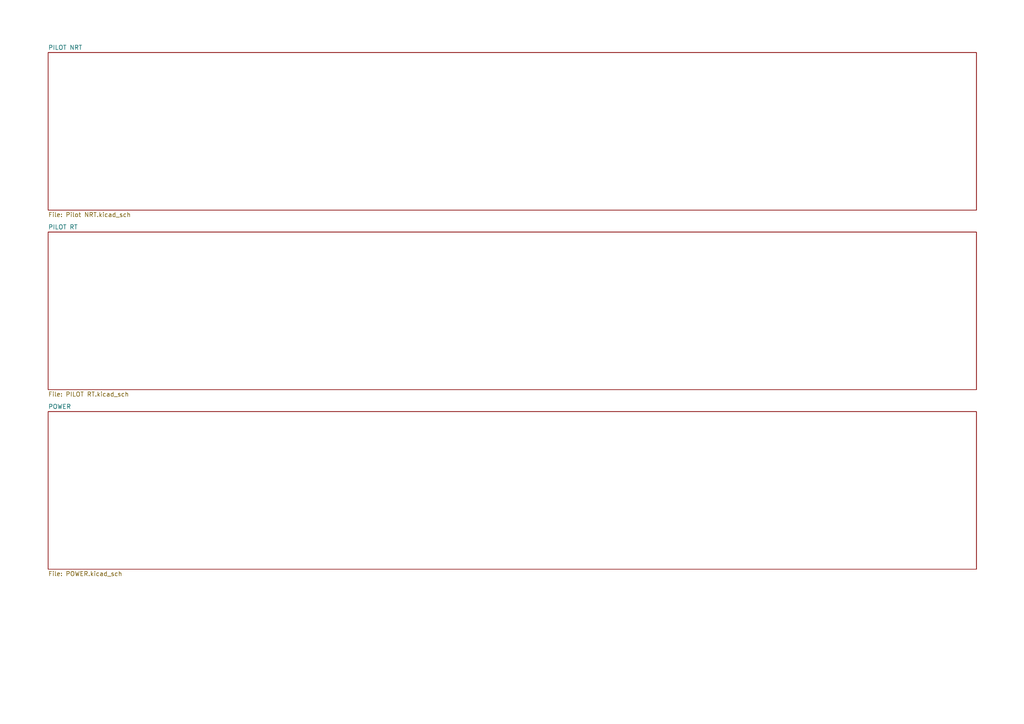
<source format=kicad_sch>
(kicad_sch
	(version 20231120)
	(generator "eeschema")
	(generator_version "8.0")
	(uuid "65143c03-c3e9-4666-aa67-a83e602b6c00")
	(paper "A4")
	(title_block
		(title "PILOT")
		(date "2024-06-10")
		(rev "1.0")
	)
	(lib_symbols)
	(sheet
		(at 13.97 119.38)
		(size 269.24 45.72)
		(fields_autoplaced yes)
		(stroke
			(width 0.1524)
			(type solid)
		)
		(fill
			(color 0 0 0 0.0000)
		)
		(uuid "536f6713-dd28-448f-b893-4a3a47ff95a4")
		(property "Sheetname" "POWER"
			(at 13.97 118.6684 0)
			(effects
				(font
					(size 1.27 1.27)
				)
				(justify left bottom)
			)
		)
		(property "Sheetfile" "POWER.kicad_sch"
			(at 13.97 165.6846 0)
			(effects
				(font
					(size 1.27 1.27)
				)
				(justify left top)
			)
		)
		(instances
			(project "Pilot"
				(path "/65143c03-c3e9-4666-aa67-a83e602b6c00"
					(page "4")
				)
			)
		)
	)
	(sheet
		(at 13.97 67.31)
		(size 269.24 45.72)
		(fields_autoplaced yes)
		(stroke
			(width 0.1524)
			(type solid)
		)
		(fill
			(color 0 0 0 0.0000)
		)
		(uuid "7d138bd2-1d4f-4c4a-9c5a-498f4d836674")
		(property "Sheetname" "PILOT RT"
			(at 13.97 66.5984 0)
			(effects
				(font
					(size 1.27 1.27)
				)
				(justify left bottom)
			)
		)
		(property "Sheetfile" "PILOT RT.kicad_sch"
			(at 13.97 113.6146 0)
			(effects
				(font
					(size 1.27 1.27)
				)
				(justify left top)
			)
		)
		(instances
			(project "Pilot"
				(path "/65143c03-c3e9-4666-aa67-a83e602b6c00"
					(page "3")
				)
			)
		)
	)
	(sheet
		(at 13.97 15.24)
		(size 269.24 45.72)
		(fields_autoplaced yes)
		(stroke
			(width 0.1524)
			(type solid)
		)
		(fill
			(color 0 0 0 0.0000)
		)
		(uuid "90f1cc14-15f0-4d01-953c-f11eabbb7b58")
		(property "Sheetname" "PILOT NRT"
			(at 13.97 14.5284 0)
			(effects
				(font
					(size 1.27 1.27)
				)
				(justify left bottom)
			)
		)
		(property "Sheetfile" "Pilot NRT.kicad_sch"
			(at 13.97 61.5446 0)
			(effects
				(font
					(size 1.27 1.27)
				)
				(justify left top)
			)
		)
		(instances
			(project "Pilot"
				(path "/65143c03-c3e9-4666-aa67-a83e602b6c00"
					(page "2")
				)
			)
		)
	)
	(sheet_instances
		(path "/"
			(page "1")
		)
	)
)

</source>
